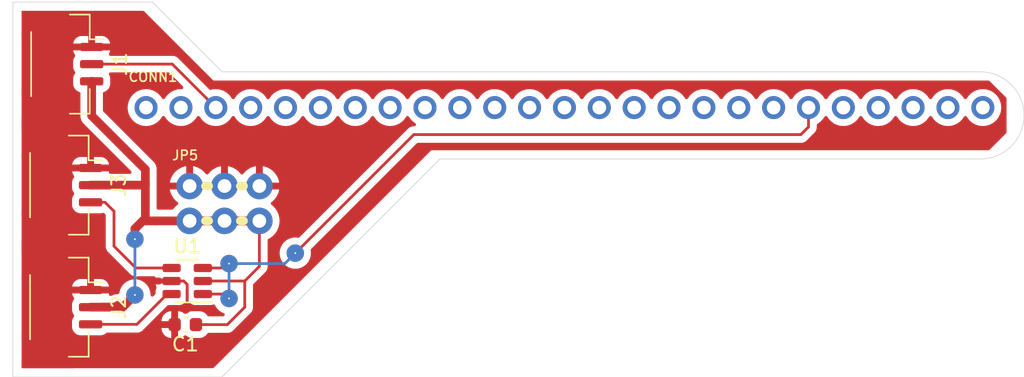
<source format=kicad_pcb>
(kicad_pcb (version 20221018) (generator pcbnew)
  (layers (0 "F.Cu" signal) (31 "B.Cu" signal) (34 "B.Paste" user) (35 "F.Paste" user) (36 "B.SilkS" user "B.Silkscreen") (37 "F.SilkS" user "F.Silkscreen") (38 "B.Mask" user) (39 "F.Mask" user) (44 "Edge.Cuts" user))
  (net 0 "")
  (net 1 "GND")
  (net 2 "/DIN")
  (net 3 "/GPIO20")
  (net 4 "/LRCLK")
  (net 5 "/GPIO16")
  (net 6 "/GPIO13")
  (net 7 "/GPIO12")
  (net 8 "/GPIO6")
  (net 9 "/GPIO5")
  (net 10 "/SPI_CE1")
  (net 11 "/SPI_CE0")
  (net 12 "/SPI_SCLK")
  (net 13 "/SPI_MISO")
  (net 14 "/SPI_MOSI")
  (net 15 "/GPIO25")
  (net 16 "/GPIO24")
  (net 17 "/GPIO23")
  (net 18 "/GPIO22")
  (net 19 "/GPIO27")
  (net 20 "/BCLK")
  (net 21 "/GPIO17")
  (net 22 "/GPIO4")
  (net 23 "/RXD")
  (net 24 "/SCL")
  (net 25 "/SDA")
  (net 26 "+5V")
  (net 27 "/FAN_PWM")
  (net 28 "Net-(J2-Pin_3)")
  (net 29 "Net-(J3-Pin_3)")
  (footprint "Package_TO_SOT_SMD:SOT-23-6" (layer "F.Cu") (at 121.285 111.76 180)
    (fp_text reference "U1" (at 0 2.54) (layer "F.SilkS"))
    (fp_text value "74LVC2G17")
    (fp_line (start 0 -1.56) (end -1.8 -1.56) (stroke (width 0.12)) (layer "F.SilkS"))
    (fp_line (start 0 -1.56) (end 0.8 -1.56) (stroke (width 0.12)) (layer "F.SilkS"))
    (fp_line (start 0 1.56) (end -0.8 1.56) (stroke (width 0.12)) (layer "F.SilkS"))
    (fp_line (start 0 1.56) (end 0.8 1.56) (stroke (width 0.12)) (layer "F.SilkS"))
    (pad "1" smd roundrect (at -1.1375 -0.95 180) (size 1.325 0.6) (layers "F.Cu" "F.Paste" "F.Mask") (net 7 "/GPIO12"))
    (pad "2" smd roundrect (at -1.1375 0 180) (size 1.325 0.6) (layers "F.Cu" "F.Paste" "F.Mask") (net 26 "+5V"))
    (pad "3" smd roundrect (at -1.1375 0.95 180) (size 1.325 0.6) (layers "F.Cu" "F.Paste" "F.Mask") (net 7 "/GPIO12"))
    (pad "4" smd roundrect (at 1.1375 0.95 180) (size 1.325 0.6) (layers "F.Cu" "F.Paste" "F.Mask") (net 29 "Net-(J3-Pin_3)"))
    (pad "5" smd roundrect (at 1.1375 0 180) (size 1.325 0.6) (layers "F.Cu" "F.Paste" "F.Mask") (net 1 "GND"))
    (pad "6" smd roundrect (at 1.1375 -0.95 180) (size 1.325 0.6) (layers "F.Cu" "F.Paste" "F.Mask") (net 28 "Net-(J2-Pin_3)"))
  )
  (footprint "Adafruit Speaker Bonnet:1X25_ROUND_70MIL" (layer "F.Cu") (at 148.7671 99.1248)
    (fp_text reference "CONN1" (at -31.8262 -1.8288) (layer "F.SilkS") (effects (font (size 0.692831 0.692831) (thickness 0.119969)) (justify left bottom)))
    (fp_text value "HEADER-1X25")
    (pad "1" thru_hole circle (at -30.48 0 90) (size 1.6764 1.6764) (drill 1) (layers "*.Cu" "*.Mask") (net 25 "/SDA"))
    (pad "2" thru_hole circle (at -27.94 0 90) (size 1.6764 1.6764) (drill 1) (layers "*.Cu" "*.Mask") (net 24 "/SCL"))
    (pad "3" thru_hole circle (at -25.4 0 90) (size 1.6764 1.6764) (drill 1) (layers "*.Cu" "*.Mask") (net 27 "/FAN_PWM"))
    (pad "4" thru_hole circle (at -22.86 0 90) (size 1.6764 1.6764) (drill 1) (layers "*.Cu" "*.Mask") (net 23 "/RXD"))
    (pad "5" thru_hole circle (at -20.32 0 90) (size 1.6764 1.6764) (drill 1) (layers "*.Cu" "*.Mask") (net 22 "/GPIO4"))
    (pad "6" thru_hole circle (at -17.78 0 90) (size 1.6764 1.6764) (drill 1) (layers "*.Cu" "*.Mask") (net 21 "/GPIO17"))
    (pad "7" thru_hole circle (at -15.24 0 90) (size 1.6764 1.6764) (drill 1) (layers "*.Cu" "*.Mask") (net 20 "/BCLK"))
    (pad "8" thru_hole circle (at -12.7 0 90) (size 1.6764 1.6764) (drill 1) (layers "*.Cu" "*.Mask") (net 19 "/GPIO27"))
    (pad "9" thru_hole circle (at -10.16 0 90) (size 1.6764 1.6764) (drill 1) (layers "*.Cu" "*.Mask") (net 18 "/GPIO22"))
    (pad "10" thru_hole circle (at -7.62 0 90) (size 1.6764 1.6764) (drill 1) (layers "*.Cu" "*.Mask") (net 17 "/GPIO23"))
    (pad "11" thru_hole circle (at -5.08 0 90) (size 1.6764 1.6764) (drill 1) (layers "*.Cu" "*.Mask") (net 16 "/GPIO24"))
    (pad "12" thru_hole circle (at -2.54 0 90) (size 1.6764 1.6764) (drill 1) (layers "*.Cu" "*.Mask") (net 15 "/GPIO25"))
    (pad "13" thru_hole circle (at 0 0 90) (size 1.6764 1.6764) (drill 1) (layers "*.Cu" "*.Mask") (net 14 "/SPI_MOSI"))
    (pad "14" thru_hole circle (at 2.54 0 90) (size 1.6764 1.6764) (drill 1) (layers "*.Cu" "*.Mask") (net 13 "/SPI_MISO"))
    (pad "15" thru_hole circle (at 5.08 0 90) (size 1.6764 1.6764) (drill 1) (layers "*.Cu" "*.Mask") (net 12 "/SPI_SCLK"))
    (pad "16" thru_hole circle (at 7.62 0 90) (size 1.6764 1.6764) (drill 1) (layers "*.Cu" "*.Mask") (net 11 "/SPI_CE0"))
    (pad "17" thru_hole circle (at 10.16 0 90) (size 1.6764 1.6764) (drill 1) (layers "*.Cu" "*.Mask") (net 10 "/SPI_CE1"))
    (pad "18" thru_hole circle (at 12.7 0 90) (size 1.6764 1.6764) (drill 1) (layers "*.Cu" "*.Mask") (net 9 "/GPIO5"))
    (pad "19" thru_hole circle (at 15.24 0 90) (size 1.6764 1.6764) (drill 1) (layers "*.Cu" "*.Mask") (net 8 "/GPIO6"))
    (pad "20" thru_hole circle (at 17.78 0 90) (size 1.6764 1.6764) (drill 1) (layers "*.Cu" "*.Mask") (net 7 "/GPIO12"))
    (pad "21" thru_hole circle (at 20.32 0 90) (size 1.6764 1.6764) (drill 1) (layers "*.Cu" "*.Mask") (net 6 "/GPIO13"))
    (pad "22" thru_hole circle (at 22.86 0 90) (size 1.6764 1.6764) (drill 1) (layers "*.Cu" "*.Mask") (net 5 "/GPIO16"))
    (pad "23" thru_hole circle (at 25.4 0 90) (size 1.6764 1.6764) (drill 1) (layers "*.Cu" "*.Mask") (net 4 "/LRCLK"))
    (pad "24" thru_hole circle (at 27.94 0 90) (size 1.6764 1.6764) (drill 1) (layers "*.Cu" "*.Mask") (net 3 "/GPIO20"))
    (pad "25" thru_hole circle (at 30.48 0 90) (size 1.6764 1.6764) (drill 1) (layers "*.Cu" "*.Mask") (net 2 "/DIN"))
  )
  (footprint "Capacitor_SMD:C_0603_1608Metric" (layer "F.Cu") (at 121.145 114.935 180)
    (fp_text reference "C1" (at 0 -1.43) (layer "F.SilkS"))
    (fp_text value "C_Small")
    (fp_line (start -0.14058 -0.51) (end 0.14058 -0.51) (stroke (width 0.12)) (layer "F.SilkS"))
    (fp_line (start -0.14058 0.51) (end 0.14058 0.51) (stroke (width 0.12)) (layer "F.SilkS"))
    (pad "1" smd roundrect (at -0.775 0 180) (size 0.9 0.95) (layers "F.Cu" "F.Paste" "F.Mask") (net 26 "+5V"))
    (pad "2" smd roundrect (at 0.775 0 180) (size 0.9 0.95) (layers "F.Cu" "F.Paste" "F.Mask") (net 1 "GND"))
  )
  (footprint "Adafruit Speaker Bonnet:1X03_ROUND_76" (layer "F.Cu") (at 124.0021 104.8398)
    (fp_text reference "JP5" (at -3.8862 -1.8288) (layer "F.SilkS") (effects (font (size 0.692831 0.692831) (thickness 0.119969)) (justify left bottom)))
    (fp_text value "HEADER-1X376MIL")
    (pad "1" thru_hole circle (at -2.54 0 90) (size 1.9304 1.9304) (drill 1) (layers "*.Cu" "*.Mask") (net 1 "GND"))
    (pad "2" thru_hole circle (at 0 0 90) (size 1.9304 1.9304) (drill 1) (layers "*.Cu" "*.Mask") (net 1 "GND"))
    (pad "3" thru_hole circle (at 2.54 0 90) (size 1.9304 1.9304) (drill 1) (layers "*.Cu" "*.Mask") (net 1 "GND"))
  )
  (footprint "Connector_JST:JST_GH_SM03B-GHS-TB_1x03-1MP_P1.25mm_Horizontal" (layer "F.Cu") (at 112.475 95.96 -90)
    (fp_text reference "J1" (at 0 -3.9 90) (layer "F.SilkS"))
    (fp_text value "Conn_01x03")
    (fp_line (start -3.61 -1.71) (end -1.81 -1.71) (stroke (width 0.12)) (layer "F.SilkS"))
    (fp_line (start -3.61 -0.26) (end -3.61 -1.71) (stroke (width 0.12)) (layer "F.SilkS"))
    (fp_line (start -2.34 2.56) (end 2.34 2.56) (stroke (width 0.12)) (layer "F.SilkS"))
    (fp_line (start -1.81 -1.71) (end -1.81 -2.7) (stroke (width 0.12)) (layer "F.SilkS"))
    (fp_line (start 3.61 -1.71) (end 1.81 -1.71) (stroke (width 0.12)) (layer "F.SilkS"))
    (fp_line (start 3.61 -0.26) (end 3.61 -1.71) (stroke (width 0.12)) (layer "F.SilkS"))
    (pad "1" smd roundrect (at -1.25 -1.85 270) (size 0.6 1.7) (layers "F.Cu" "F.Paste" "F.Mask") (net 1 "GND"))
    (pad "2" smd roundrect (at 0 -1.85 270) (size 0.6 1.7) (layers "F.Cu" "F.Paste" "F.Mask") (net 27 "/FAN_PWM"))
    (pad "3" smd roundrect (at 1.25 -1.85 270) (size 0.6 1.7) (layers "F.Cu" "F.Paste" "F.Mask") (net 26 "+5V"))
    (pad "MP" smd roundrect (at -3.1 1.35 270) (size 1 2.7) (layers "F.Cu" "F.Paste" "F.Mask"))
    (pad "MP" smd roundrect (at 3.1 1.35 270) (size 1 2.7) (layers "F.Cu" "F.Paste" "F.Mask"))
  )
  (footprint "Connector_JST:JST_GH_SM03B-GHS-TB_1x03-1MP_P1.25mm_Horizontal" (layer "F.Cu") (at 112.395 113.665 -90)
    (fp_text reference "J2" (at 0 -3.9 90) (layer "F.SilkS"))
    (fp_text value "Conn_01x03")
    (fp_line (start -3.61 -1.71) (end -1.81 -1.71) (stroke (width 0.12)) (layer "F.SilkS"))
    (fp_line (start -3.61 -0.26) (end -3.61 -1.71) (stroke (width 0.12)) (layer "F.SilkS"))
    (fp_line (start -2.34 2.56) (end 2.34 2.56) (stroke (width 0.12)) (layer "F.SilkS"))
    (fp_line (start -1.81 -1.71) (end -1.81 -2.7) (stroke (width 0.12)) (layer "F.SilkS"))
    (fp_line (start 3.61 -1.71) (end 1.81 -1.71) (stroke (width 0.12)) (layer "F.SilkS"))
    (fp_line (start 3.61 -0.26) (end 3.61 -1.71) (stroke (width 0.12)) (layer "F.SilkS"))
    (pad "1" smd roundrect (at -1.25 -1.85 270) (size 0.6 1.7) (layers "F.Cu" "F.Paste" "F.Mask") (net 1 "GND"))
    (pad "2" smd roundrect (at 0 -1.85 270) (size 0.6 1.7) (layers "F.Cu" "F.Paste" "F.Mask") (net 26 "+5V"))
    (pad "3" smd roundrect (at 1.25 -1.85 270) (size 0.6 1.7) (layers "F.Cu" "F.Paste" "F.Mask") (net 28 "Net-(J2-Pin_3)"))
    (pad "MP" smd roundrect (at -3.1 1.35 270) (size 1 2.7) (layers "F.Cu" "F.Paste" "F.Mask"))
    (pad "MP" smd roundrect (at 3.1 1.35 270) (size 1 2.7) (layers "F.Cu" "F.Paste" "F.Mask"))
  )
  (footprint "Connector_JST:JST_GH_SM03B-GHS-TB_1x03-1MP_P1.25mm_Horizontal" (layer "F.Cu") (at 112.395 104.775 -90)
    (fp_text reference "J3" (at 0 -3.9 90) (layer "F.SilkS"))
    (fp_text value "Conn_01x03")
    (fp_line (start -3.61 -1.71) (end -1.81 -1.71) (stroke (width 0.12)) (layer "F.SilkS"))
    (fp_line (start -3.61 -0.26) (end -3.61 -1.71) (stroke (width 0.12)) (layer "F.SilkS"))
    (fp_line (start -2.34 2.56) (end 2.34 2.56) (stroke (width 0.12)) (layer "F.SilkS"))
    (fp_line (start -1.81 -1.71) (end -1.81 -2.7) (stroke (width 0.12)) (layer "F.SilkS"))
    (fp_line (start 3.61 -1.71) (end 1.81 -1.71) (stroke (width 0.12)) (layer "F.SilkS"))
    (fp_line (start 3.61 -0.26) (end 3.61 -1.71) (stroke (width 0.12)) (layer "F.SilkS"))
    (pad "1" smd roundrect (at -1.25 -1.85 270) (size 0.6 1.7) (layers "F.Cu" "F.Paste" "F.Mask") (net 1 "GND"))
    (pad "2" smd roundrect (at 0 -1.85 270) (size 0.6 1.7) (layers "F.Cu" "F.Paste" "F.Mask") (net 26 "+5V"))
    (pad "3" smd roundrect (at 1.25 -1.85 270) (size 0.6 1.7) (layers "F.Cu" "F.Paste" "F.Mask") (net 29 "Net-(J3-Pin_3)"))
    (pad "MP" smd roundrect (at -3.1 1.35 270) (size 1 2.7) (layers "F.Cu" "F.Paste" "F.Mask"))
    (pad "MP" smd roundrect (at 3.1 1.35 270) (size 1 2.7) (layers "F.Cu" "F.Paste" "F.Mask"))
  )
  (footprint "Adafruit Speaker Bonnet:1X03_ROUND_76" (layer "F.Cu") (at 124.0021 107.3798 180)
    (fp_text reference "JP2" hide)
    (fp_text value "HEADER-1X376MIL")
    (pad "1" thru_hole circle (at -2.54 0 270) (size 1.9304 1.9304) (drill 1) (layers "*.Cu" "*.Mask") (net 26 "+5V"))
    (pad "2" thru_hole circle (at 0 0 270) (size 1.9304 1.9304) (drill 1) (layers "*.Cu" "*.Mask") (net 26 "+5V"))
    (pad "3" thru_hole circle (at 2.54 0 270) (size 1.9304 1.9304) (drill 1) (layers "*.Cu" "*.Mask") (net 26 "+5V"))
  )
  (gr_rect (start 109.22 97.79) (end 113.03 102.87) (fill solid) (layer "F.Cu"))
  (gr_rect (start 109.22 106.68) (end 113.03 111.76) (fill solid) (layer "F.Cu"))
  (gr_rect (start 109.22 115.57) (end 113.03 118.11) (fill solid) (layer "F.Cu"))
  (gr_rect (start 109.22 92.075) (end 113.03 93.98) (fill solid) (layer "F.Cu"))
  (gr_line (start 122.6051 107.3798) (end 122.8591 107.3798) (stroke (width 0.6096)) (layer "F.SilkS"))
  (gr_line (start 122.6051 104.8398) (end 122.8591 104.8398) (stroke (width 0.6096)) (layer "F.SilkS"))
  (gr_line (start 125.1451 104.8398) (end 125.3991 104.8398) (stroke (width 0.6096)) (layer "F.SilkS"))
  (gr_line (start 125.1451 107.3798) (end 125.3991 107.3798) (stroke (width 0.6096)) (layer "F.SilkS"))
  (gr_line (start 116.84 91.44) (end 118.745 91.44) (stroke (width 0.05)) (layer "Edge.Cuts"))
  (gr_line (start 108.585 118.745) (end 108.585 91.44) (stroke (width 0.05)) (layer "Edge.Cuts"))
  (gr_line (start 123.825 118.745) (end 108.585 118.745) (stroke (width 0.05)) (layer "Edge.Cuts"))
  (gr_arc (start 179.07 96.52) (mid 182.245 99.695) (end 179.07 102.87) (stroke (width 0.05)) (layer "Edge.Cuts"))
  (gr_line (start 123.825 96.52) (end 179.07 96.52) (stroke (width 0.05)) (layer "Edge.Cuts"))
  (gr_line (start 108.585 91.44) (end 116.84 91.44) (stroke (width 0.05)) (layer "Edge.Cuts"))
  (gr_line (start 118.745 91.44) (end 123.825 96.52) (stroke (width 0.05)) (layer "Edge.Cuts"))
  (gr_line (start 139.697649 102.872351) (end 123.825 118.745) (stroke (width 0.05)) (layer "Edge.Cuts"))
  (gr_line (start 179.07 102.87) (end 139.7 102.87) (stroke (width 0.05)) (layer "Edge.Cuts"))
  (segment (start 121.031 111.76) (end 121.285 112.014) (width 0.2) (layer "F.Cu") (net 1))
  (segment (start 120.1475 111.76) (end 121.031 111.76) (width 0.2) (layer "F.Cu") (net 1))
  (segment (start 121.285 112.395) (end 121.285 113.665) (width 0.2) (layer "F.Cu") (net 1))
  (segment (start 121.285 112.395) (end 121.285 114.02) (width 0.2) (layer "F.Cu") (net 1))
  (segment (start 121.285 112.014) (end 121.285 112.395) (width 0.2) (layer "F.Cu") (net 1))
  (segment (start 166.5471 100.5339) (end 165.989 101.092) (width 0.2) (layer "F.Cu") (net 7))
  (segment (start 129.159 109.728) (end 128.651 109.728) (width 0.2) (layer "F.Cu") (net 7))
  (segment (start 122.4225 112.71) (end 124.013 112.71) (width 0.2) (layer "F.Cu") (net 7))
  (segment (start 122.4225 110.81) (end 124.013 110.81) (width 0.2) (layer "F.Cu") (net 7))
  (segment (start 165.989 101.092) (end 137.795 101.092) (width 0.2) (layer "F.Cu") (net 7))
  (segment (start 124.013 112.71) (end 124.333 113.03) (width 0.2) (layer "F.Cu") (net 7))
  (segment (start 124.013 110.81) (end 124.333 110.49) (width 0.2) (layer "F.Cu") (net 7))
  (segment (start 166.5471 99.1248) (end 166.5471 100.5339) (width 0.2) (layer "F.Cu") (net 7))
  (segment (start 122.4225 112.71) (end 122.489 112.71) (width 0.2) (layer "F.Cu") (net 7))
  (segment (start 137.795 101.092) (end 129.159 109.728) (width 0.2) (layer "F.Cu") (net 7))
  (via (at 129.159 109.728) (size 1.27) (drill 0.127) (layers "F.Cu" "B.Cu") (net 7))
  (via (at 124.333 110.49) (size 1.27) (drill 0.127) (layers "F.Cu" "B.Cu") (net 7))
  (via (at 124.333 113.03) (size 1.27) (drill 0.127) (layers "F.Cu" "B.Cu") (net 7))
  (segment (start 128.397 110.49) (end 124.333 110.49) (width 0.2) (layer "B.Cu") (net 7))
  (segment (start 124.333 113.03) (end 124.333 110.49) (width 0.2) (layer "B.Cu") (net 7))
  (segment (start 129.159 109.728) (end 128.397 110.49) (width 0.2) (layer "B.Cu") (net 7))
  (segment (start 115.189 113.665) (end 116.586 113.665) (width 0.635) (layer "F.Cu") (net 26))
  (segment (start 118.237 104.648) (end 118.237 107.188) (width 0.635) (layer "F.Cu") (net 26))
  (segment (start 121.4621 107.3798) (end 119.0612 107.3798) (width 0.635) (layer "F.Cu") (net 26))
  (segment (start 118.237 107.188) (end 117.475 107.95) (width 0.635) (layer "F.Cu") (net 26))
  (segment (start 116.078 113.665) (end 116.205 113.538) (width 0.635) (layer "F.Cu") (net 26))
  (segment (start 118.237 107.3798) (end 119.0612 107.3798) (width 0.635) (layer "F.Cu") (net 26))
  (segment (start 118.237 107.188) (end 118.237 107.3798) (width 0.635) (layer "F.Cu") (net 26))
  (segment (start 125.476 111.76) (end 126.5421 110.6939) (width 0.2) (layer "F.Cu") (net 26))
  (segment (start 116.586 113.665) (end 117.475 112.776) (width 0.635) (layer "F.Cu") (net 26))
  (segment (start 117.475 107.95) (end 117.475 108.712) (width 0.635) (layer "F.Cu") (net 26))
  (segment (start 118.237 103.632) (end 118.237 104.648) (width 0.635) (layer "F.Cu") (net 26))
  (segment (start 114.245 113.665) (end 115.189 113.665) (width 0.635) (layer "F.Cu") (net 26))
  (segment (start 125.476 113.665) (end 124.206 114.935) (width 0.2) (layer "F.Cu") (net 26))
  (segment (start 124.206 114.935) (end 121.92 114.935) (width 0.2) (layer "F.Cu") (net 26))
  (segment (start 125.476 111.76) (end 125.476 113.665) (width 0.2) (layer "F.Cu") (net 26))
  (segment (start 122.4225 111.76) (end 124.333 111.76) (width 0.2) (layer "F.Cu") (net 26))
  (segment (start 126.5421 110.6939) (end 126.5421 107.3798) (width 0.2) (layer "F.Cu") (net 26))
  (segment (start 121.4621 107.3798) (end 126.5421 107.3798) (width 0.635) (layer "F.Cu") (net 26))
  (segment (start 117.221 102.616) (end 118.237 103.632) (width 0.635) (layer "F.Cu") (net 26))
  (segment (start 118.237 104.775) (end 114.245 104.775) (width 0.635) (layer "F.Cu") (net 26))
  (segment (start 115.189 113.665) (end 116.078 113.665) (width 0.635) (layer "F.Cu") (net 26))
  (segment (start 117.221 102.616) (end 114.325 99.72) (width 0.635) (layer "F.Cu") (net 26))
  (segment (start 124.333 111.76) (end 125.476 111.76) (width 0.2) (layer "F.Cu") (net 26))
  (segment (start 114.325 99.72) (end 114.325 97.21) (width 0.635) (layer "F.Cu") (net 26))
  (via (at 117.475 112.776) (size 1.27) (drill 0.127) (layers "F.Cu" "B.Cu") (net 26))
  (via (at 117.475 108.712) (size 1.27) (drill 0.127) (layers "F.Cu" "B.Cu") (net 26))
  (segment (start 117.475 108.712) (end 117.475 112.776) (width 0.2) (layer "B.Cu") (net 26))
  (segment (start 114.325 95.96) (end 120.2023 95.96) (width 0.2) (layer "F.Cu") (net 27))
  (segment (start 120.2023 95.96) (end 123.3671 99.1248) (width 0.2) (layer "F.Cu") (net 27))
  (segment (start 120.1475 112.71) (end 119.827 112.71) (width 0.2) (layer "F.Cu") (net 28))
  (segment (start 117.622 114.915) (end 114.245 114.915) (width 0.2) (layer "F.Cu") (net 28))
  (segment (start 119.827 112.71) (end 117.622 114.915) (width 0.2) (layer "F.Cu") (net 28))
  (segment (start 115.951 109.22) (end 117.541 110.81) (width 0.2) (layer "F.Cu") (net 29))
  (segment (start 114.245 106.025) (end 115.296 106.025) (width 0.2) (layer "F.Cu") (net 29))
  (segment (start 115.951 106.68) (end 115.951 109.22) (width 0.2) (layer "F.Cu") (net 29))
  (segment (start 115.296 106.025) (end 115.951 106.68) (width 0.2) (layer "F.Cu") (net 29))
  (segment (start 117.541 110.81) (end 120.1475 110.81) (width 0.2) (layer "F.Cu") (net 29))
  (zone (net 1) (net_name "GND") (layer "F.Cu") (connect_pads (clearance 0.5)) (min_thickness 0.25) (fill yes (thermal_gap 0.5) (thermal_bridge_width 0.5))
    (polygon (pts (xy 109.22 92.075) (xy 118.11 92.075) (xy 123.19 97.155) (xy 179.705 97.155) (xy 180.975 98.425) (xy 180.975 100.965) (xy 179.705 102.235) (xy 139.065 102.235) (xy 123.19 118.11) (xy 109.22 118.11)))
  )
)
</source>
